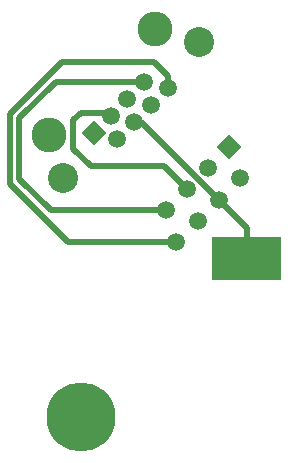
<source format=gtl>
%FSLAX25Y25*%
%MOIN*%
G70*
G01*
G75*
G04 Layer_Physical_Order=1*
G04 Layer_Color=255*
%ADD10R,0.10500X0.04300*%
%ADD11C,0.02000*%
%ADD12C,0.03000*%
%ADD13C,0.23000*%
%ADD14C,0.11614*%
%ADD15C,0.05906*%
%ADD16P,0.08352X4X90.0*%
%ADD17C,0.10000*%
G36*
X-72300Y127300D02*
X-95300D01*
Y140943D01*
Y141400D01*
X-72300D01*
Y127300D01*
D02*
G37*
D10*
X-83900Y131400D02*
D03*
D11*
X-83800Y134600D02*
Y144635D01*
X-93158Y153993D02*
X-83800Y144635D01*
X-121471Y179887D02*
X-119052D01*
X-93158Y153993D01*
X-130241Y183000D02*
X-129249Y182009D01*
X-139200Y183000D02*
X-130241D01*
X-141600Y180600D02*
X-139200Y183000D01*
X-141600Y170900D02*
Y180600D01*
Y170900D02*
X-135900Y165200D01*
X-111435D01*
X-103764Y157529D01*
X-110157Y191201D02*
Y195257D01*
X-114700Y199800D02*
X-110157Y195257D01*
X-145500Y199800D02*
X-114700D01*
X-162800Y182500D02*
X-145500Y199800D01*
X-162800Y159300D02*
Y182500D01*
Y159300D02*
X-143351Y139851D01*
X-107300D01*
X-159600Y160900D02*
Y181200D01*
X-147478Y193322D01*
X-117936D01*
X-159600Y160900D02*
X-149158Y150458D01*
X-110836D01*
D12*
X-147330Y84768D02*
D03*
X-145422Y87622D02*
D03*
X-142568Y89530D02*
D03*
X-139200Y90200D02*
D03*
X-135832Y89530D02*
D03*
X-132977Y87622D02*
D03*
X-131070Y84768D02*
D03*
X-130400Y81400D02*
D03*
X-131070Y78032D02*
D03*
X-132977Y75178D02*
D03*
X-135832Y73270D02*
D03*
X-139200Y72600D02*
D03*
X-142568Y73270D02*
D03*
X-145422Y75178D02*
D03*
X-147330Y78032D02*
D03*
X-148000Y81400D02*
D03*
D13*
X-139200D02*
D03*
D14*
X-149755Y175645D02*
D03*
X-114400Y211000D02*
D03*
D15*
X-110157Y191201D02*
D03*
X-127128Y174230D02*
D03*
X-117936Y193322D02*
D03*
X-115814Y185544D02*
D03*
X-121471Y179887D02*
D03*
X-129249Y182009D02*
D03*
X-123592Y187665D02*
D03*
X-110836Y150458D02*
D03*
X-107300Y139851D02*
D03*
X-100229Y146922D02*
D03*
X-103764Y157529D02*
D03*
X-96693Y164600D02*
D03*
X-93158Y153993D02*
D03*
X-86087Y161065D02*
D03*
D16*
X-134906Y176352D02*
D03*
X-89622Y171671D02*
D03*
D17*
X-99904Y206404D02*
D03*
X-145159Y161149D02*
D03*
M02*

</source>
